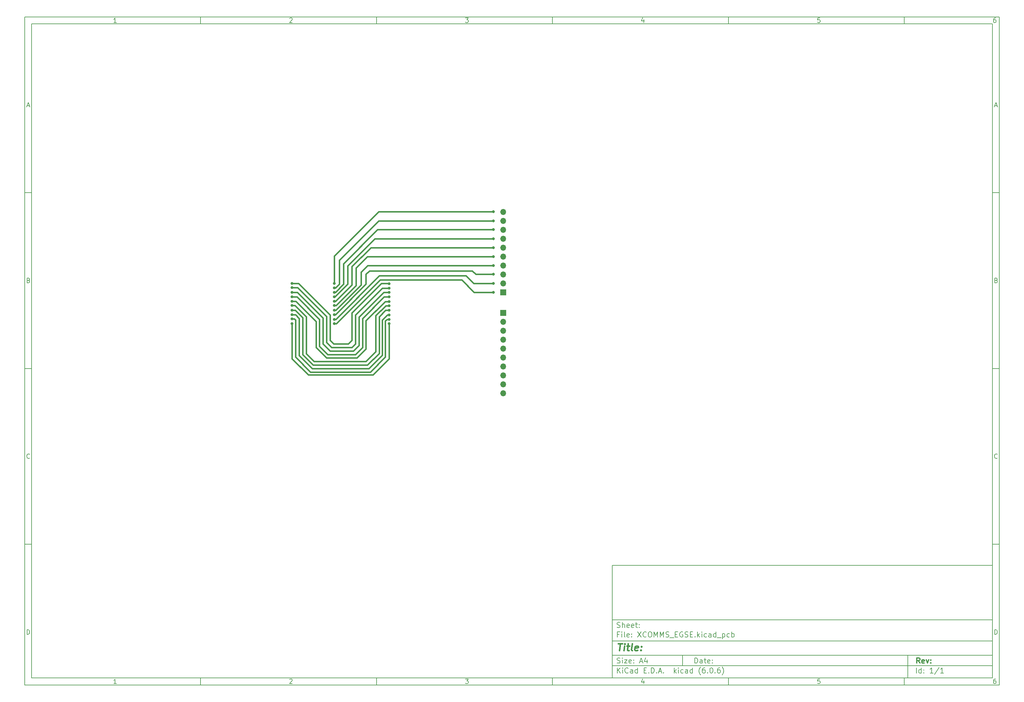
<source format=gbr>
%TF.GenerationSoftware,KiCad,Pcbnew,(6.0.6)*%
%TF.CreationDate,2022-07-08T12:35:32+02:00*%
%TF.ProjectId,XCOMMS_EGSE,58434f4d-4d53-45f4-9547-53452e6b6963,rev?*%
%TF.SameCoordinates,Original*%
%TF.FileFunction,Copper,L2,Bot*%
%TF.FilePolarity,Positive*%
%FSLAX46Y46*%
G04 Gerber Fmt 4.6, Leading zero omitted, Abs format (unit mm)*
G04 Created by KiCad (PCBNEW (6.0.6)) date 2022-07-08 12:35:32*
%MOMM*%
%LPD*%
G01*
G04 APERTURE LIST*
%ADD10C,0.100000*%
%ADD11C,0.150000*%
%ADD12C,0.300000*%
%ADD13C,0.400000*%
%TA.AperFunction,ComponentPad*%
%ADD14R,1.700000X1.700000*%
%TD*%
%TA.AperFunction,ComponentPad*%
%ADD15O,1.700000X1.700000*%
%TD*%
%TA.AperFunction,ViaPad*%
%ADD16C,0.800000*%
%TD*%
%TA.AperFunction,Conductor*%
%ADD17C,0.400000*%
%TD*%
G04 APERTURE END LIST*
D10*
D11*
X177002200Y-166007200D02*
X177002200Y-198007200D01*
X285002200Y-198007200D01*
X285002200Y-166007200D01*
X177002200Y-166007200D01*
D10*
D11*
X10000000Y-10000000D02*
X10000000Y-200007200D01*
X287002200Y-200007200D01*
X287002200Y-10000000D01*
X10000000Y-10000000D01*
D10*
D11*
X12000000Y-12000000D02*
X12000000Y-198007200D01*
X285002200Y-198007200D01*
X285002200Y-12000000D01*
X12000000Y-12000000D01*
D10*
D11*
X60000000Y-12000000D02*
X60000000Y-10000000D01*
D10*
D11*
X110000000Y-12000000D02*
X110000000Y-10000000D01*
D10*
D11*
X160000000Y-12000000D02*
X160000000Y-10000000D01*
D10*
D11*
X210000000Y-12000000D02*
X210000000Y-10000000D01*
D10*
D11*
X260000000Y-12000000D02*
X260000000Y-10000000D01*
D10*
D11*
X36065476Y-11588095D02*
X35322619Y-11588095D01*
X35694047Y-11588095D02*
X35694047Y-10288095D01*
X35570238Y-10473809D01*
X35446428Y-10597619D01*
X35322619Y-10659523D01*
D10*
D11*
X85322619Y-10411904D02*
X85384523Y-10350000D01*
X85508333Y-10288095D01*
X85817857Y-10288095D01*
X85941666Y-10350000D01*
X86003571Y-10411904D01*
X86065476Y-10535714D01*
X86065476Y-10659523D01*
X86003571Y-10845238D01*
X85260714Y-11588095D01*
X86065476Y-11588095D01*
D10*
D11*
X135260714Y-10288095D02*
X136065476Y-10288095D01*
X135632142Y-10783333D01*
X135817857Y-10783333D01*
X135941666Y-10845238D01*
X136003571Y-10907142D01*
X136065476Y-11030952D01*
X136065476Y-11340476D01*
X136003571Y-11464285D01*
X135941666Y-11526190D01*
X135817857Y-11588095D01*
X135446428Y-11588095D01*
X135322619Y-11526190D01*
X135260714Y-11464285D01*
D10*
D11*
X185941666Y-10721428D02*
X185941666Y-11588095D01*
X185632142Y-10226190D02*
X185322619Y-11154761D01*
X186127380Y-11154761D01*
D10*
D11*
X236003571Y-10288095D02*
X235384523Y-10288095D01*
X235322619Y-10907142D01*
X235384523Y-10845238D01*
X235508333Y-10783333D01*
X235817857Y-10783333D01*
X235941666Y-10845238D01*
X236003571Y-10907142D01*
X236065476Y-11030952D01*
X236065476Y-11340476D01*
X236003571Y-11464285D01*
X235941666Y-11526190D01*
X235817857Y-11588095D01*
X235508333Y-11588095D01*
X235384523Y-11526190D01*
X235322619Y-11464285D01*
D10*
D11*
X285941666Y-10288095D02*
X285694047Y-10288095D01*
X285570238Y-10350000D01*
X285508333Y-10411904D01*
X285384523Y-10597619D01*
X285322619Y-10845238D01*
X285322619Y-11340476D01*
X285384523Y-11464285D01*
X285446428Y-11526190D01*
X285570238Y-11588095D01*
X285817857Y-11588095D01*
X285941666Y-11526190D01*
X286003571Y-11464285D01*
X286065476Y-11340476D01*
X286065476Y-11030952D01*
X286003571Y-10907142D01*
X285941666Y-10845238D01*
X285817857Y-10783333D01*
X285570238Y-10783333D01*
X285446428Y-10845238D01*
X285384523Y-10907142D01*
X285322619Y-11030952D01*
D10*
D11*
X60000000Y-198007200D02*
X60000000Y-200007200D01*
D10*
D11*
X110000000Y-198007200D02*
X110000000Y-200007200D01*
D10*
D11*
X160000000Y-198007200D02*
X160000000Y-200007200D01*
D10*
D11*
X210000000Y-198007200D02*
X210000000Y-200007200D01*
D10*
D11*
X260000000Y-198007200D02*
X260000000Y-200007200D01*
D10*
D11*
X36065476Y-199595295D02*
X35322619Y-199595295D01*
X35694047Y-199595295D02*
X35694047Y-198295295D01*
X35570238Y-198481009D01*
X35446428Y-198604819D01*
X35322619Y-198666723D01*
D10*
D11*
X85322619Y-198419104D02*
X85384523Y-198357200D01*
X85508333Y-198295295D01*
X85817857Y-198295295D01*
X85941666Y-198357200D01*
X86003571Y-198419104D01*
X86065476Y-198542914D01*
X86065476Y-198666723D01*
X86003571Y-198852438D01*
X85260714Y-199595295D01*
X86065476Y-199595295D01*
D10*
D11*
X135260714Y-198295295D02*
X136065476Y-198295295D01*
X135632142Y-198790533D01*
X135817857Y-198790533D01*
X135941666Y-198852438D01*
X136003571Y-198914342D01*
X136065476Y-199038152D01*
X136065476Y-199347676D01*
X136003571Y-199471485D01*
X135941666Y-199533390D01*
X135817857Y-199595295D01*
X135446428Y-199595295D01*
X135322619Y-199533390D01*
X135260714Y-199471485D01*
D10*
D11*
X185941666Y-198728628D02*
X185941666Y-199595295D01*
X185632142Y-198233390D02*
X185322619Y-199161961D01*
X186127380Y-199161961D01*
D10*
D11*
X236003571Y-198295295D02*
X235384523Y-198295295D01*
X235322619Y-198914342D01*
X235384523Y-198852438D01*
X235508333Y-198790533D01*
X235817857Y-198790533D01*
X235941666Y-198852438D01*
X236003571Y-198914342D01*
X236065476Y-199038152D01*
X236065476Y-199347676D01*
X236003571Y-199471485D01*
X235941666Y-199533390D01*
X235817857Y-199595295D01*
X235508333Y-199595295D01*
X235384523Y-199533390D01*
X235322619Y-199471485D01*
D10*
D11*
X285941666Y-198295295D02*
X285694047Y-198295295D01*
X285570238Y-198357200D01*
X285508333Y-198419104D01*
X285384523Y-198604819D01*
X285322619Y-198852438D01*
X285322619Y-199347676D01*
X285384523Y-199471485D01*
X285446428Y-199533390D01*
X285570238Y-199595295D01*
X285817857Y-199595295D01*
X285941666Y-199533390D01*
X286003571Y-199471485D01*
X286065476Y-199347676D01*
X286065476Y-199038152D01*
X286003571Y-198914342D01*
X285941666Y-198852438D01*
X285817857Y-198790533D01*
X285570238Y-198790533D01*
X285446428Y-198852438D01*
X285384523Y-198914342D01*
X285322619Y-199038152D01*
D10*
D11*
X10000000Y-60000000D02*
X12000000Y-60000000D01*
D10*
D11*
X10000000Y-110000000D02*
X12000000Y-110000000D01*
D10*
D11*
X10000000Y-160000000D02*
X12000000Y-160000000D01*
D10*
D11*
X10690476Y-35216666D02*
X11309523Y-35216666D01*
X10566666Y-35588095D02*
X11000000Y-34288095D01*
X11433333Y-35588095D01*
D10*
D11*
X11092857Y-84907142D02*
X11278571Y-84969047D01*
X11340476Y-85030952D01*
X11402380Y-85154761D01*
X11402380Y-85340476D01*
X11340476Y-85464285D01*
X11278571Y-85526190D01*
X11154761Y-85588095D01*
X10659523Y-85588095D01*
X10659523Y-84288095D01*
X11092857Y-84288095D01*
X11216666Y-84350000D01*
X11278571Y-84411904D01*
X11340476Y-84535714D01*
X11340476Y-84659523D01*
X11278571Y-84783333D01*
X11216666Y-84845238D01*
X11092857Y-84907142D01*
X10659523Y-84907142D01*
D10*
D11*
X11402380Y-135464285D02*
X11340476Y-135526190D01*
X11154761Y-135588095D01*
X11030952Y-135588095D01*
X10845238Y-135526190D01*
X10721428Y-135402380D01*
X10659523Y-135278571D01*
X10597619Y-135030952D01*
X10597619Y-134845238D01*
X10659523Y-134597619D01*
X10721428Y-134473809D01*
X10845238Y-134350000D01*
X11030952Y-134288095D01*
X11154761Y-134288095D01*
X11340476Y-134350000D01*
X11402380Y-134411904D01*
D10*
D11*
X10659523Y-185588095D02*
X10659523Y-184288095D01*
X10969047Y-184288095D01*
X11154761Y-184350000D01*
X11278571Y-184473809D01*
X11340476Y-184597619D01*
X11402380Y-184845238D01*
X11402380Y-185030952D01*
X11340476Y-185278571D01*
X11278571Y-185402380D01*
X11154761Y-185526190D01*
X10969047Y-185588095D01*
X10659523Y-185588095D01*
D10*
D11*
X287002200Y-60000000D02*
X285002200Y-60000000D01*
D10*
D11*
X287002200Y-110000000D02*
X285002200Y-110000000D01*
D10*
D11*
X287002200Y-160000000D02*
X285002200Y-160000000D01*
D10*
D11*
X285692676Y-35216666D02*
X286311723Y-35216666D01*
X285568866Y-35588095D02*
X286002200Y-34288095D01*
X286435533Y-35588095D01*
D10*
D11*
X286095057Y-84907142D02*
X286280771Y-84969047D01*
X286342676Y-85030952D01*
X286404580Y-85154761D01*
X286404580Y-85340476D01*
X286342676Y-85464285D01*
X286280771Y-85526190D01*
X286156961Y-85588095D01*
X285661723Y-85588095D01*
X285661723Y-84288095D01*
X286095057Y-84288095D01*
X286218866Y-84350000D01*
X286280771Y-84411904D01*
X286342676Y-84535714D01*
X286342676Y-84659523D01*
X286280771Y-84783333D01*
X286218866Y-84845238D01*
X286095057Y-84907142D01*
X285661723Y-84907142D01*
D10*
D11*
X286404580Y-135464285D02*
X286342676Y-135526190D01*
X286156961Y-135588095D01*
X286033152Y-135588095D01*
X285847438Y-135526190D01*
X285723628Y-135402380D01*
X285661723Y-135278571D01*
X285599819Y-135030952D01*
X285599819Y-134845238D01*
X285661723Y-134597619D01*
X285723628Y-134473809D01*
X285847438Y-134350000D01*
X286033152Y-134288095D01*
X286156961Y-134288095D01*
X286342676Y-134350000D01*
X286404580Y-134411904D01*
D10*
D11*
X285661723Y-185588095D02*
X285661723Y-184288095D01*
X285971247Y-184288095D01*
X286156961Y-184350000D01*
X286280771Y-184473809D01*
X286342676Y-184597619D01*
X286404580Y-184845238D01*
X286404580Y-185030952D01*
X286342676Y-185278571D01*
X286280771Y-185402380D01*
X286156961Y-185526190D01*
X285971247Y-185588095D01*
X285661723Y-185588095D01*
D10*
D11*
X200434342Y-193785771D02*
X200434342Y-192285771D01*
X200791485Y-192285771D01*
X201005771Y-192357200D01*
X201148628Y-192500057D01*
X201220057Y-192642914D01*
X201291485Y-192928628D01*
X201291485Y-193142914D01*
X201220057Y-193428628D01*
X201148628Y-193571485D01*
X201005771Y-193714342D01*
X200791485Y-193785771D01*
X200434342Y-193785771D01*
X202577200Y-193785771D02*
X202577200Y-193000057D01*
X202505771Y-192857200D01*
X202362914Y-192785771D01*
X202077200Y-192785771D01*
X201934342Y-192857200D01*
X202577200Y-193714342D02*
X202434342Y-193785771D01*
X202077200Y-193785771D01*
X201934342Y-193714342D01*
X201862914Y-193571485D01*
X201862914Y-193428628D01*
X201934342Y-193285771D01*
X202077200Y-193214342D01*
X202434342Y-193214342D01*
X202577200Y-193142914D01*
X203077200Y-192785771D02*
X203648628Y-192785771D01*
X203291485Y-192285771D02*
X203291485Y-193571485D01*
X203362914Y-193714342D01*
X203505771Y-193785771D01*
X203648628Y-193785771D01*
X204720057Y-193714342D02*
X204577200Y-193785771D01*
X204291485Y-193785771D01*
X204148628Y-193714342D01*
X204077200Y-193571485D01*
X204077200Y-193000057D01*
X204148628Y-192857200D01*
X204291485Y-192785771D01*
X204577200Y-192785771D01*
X204720057Y-192857200D01*
X204791485Y-193000057D01*
X204791485Y-193142914D01*
X204077200Y-193285771D01*
X205434342Y-193642914D02*
X205505771Y-193714342D01*
X205434342Y-193785771D01*
X205362914Y-193714342D01*
X205434342Y-193642914D01*
X205434342Y-193785771D01*
X205434342Y-192857200D02*
X205505771Y-192928628D01*
X205434342Y-193000057D01*
X205362914Y-192928628D01*
X205434342Y-192857200D01*
X205434342Y-193000057D01*
D10*
D11*
X177002200Y-194507200D02*
X285002200Y-194507200D01*
D10*
D11*
X178434342Y-196585771D02*
X178434342Y-195085771D01*
X179291485Y-196585771D02*
X178648628Y-195728628D01*
X179291485Y-195085771D02*
X178434342Y-195942914D01*
X179934342Y-196585771D02*
X179934342Y-195585771D01*
X179934342Y-195085771D02*
X179862914Y-195157200D01*
X179934342Y-195228628D01*
X180005771Y-195157200D01*
X179934342Y-195085771D01*
X179934342Y-195228628D01*
X181505771Y-196442914D02*
X181434342Y-196514342D01*
X181220057Y-196585771D01*
X181077200Y-196585771D01*
X180862914Y-196514342D01*
X180720057Y-196371485D01*
X180648628Y-196228628D01*
X180577200Y-195942914D01*
X180577200Y-195728628D01*
X180648628Y-195442914D01*
X180720057Y-195300057D01*
X180862914Y-195157200D01*
X181077200Y-195085771D01*
X181220057Y-195085771D01*
X181434342Y-195157200D01*
X181505771Y-195228628D01*
X182791485Y-196585771D02*
X182791485Y-195800057D01*
X182720057Y-195657200D01*
X182577200Y-195585771D01*
X182291485Y-195585771D01*
X182148628Y-195657200D01*
X182791485Y-196514342D02*
X182648628Y-196585771D01*
X182291485Y-196585771D01*
X182148628Y-196514342D01*
X182077200Y-196371485D01*
X182077200Y-196228628D01*
X182148628Y-196085771D01*
X182291485Y-196014342D01*
X182648628Y-196014342D01*
X182791485Y-195942914D01*
X184148628Y-196585771D02*
X184148628Y-195085771D01*
X184148628Y-196514342D02*
X184005771Y-196585771D01*
X183720057Y-196585771D01*
X183577200Y-196514342D01*
X183505771Y-196442914D01*
X183434342Y-196300057D01*
X183434342Y-195871485D01*
X183505771Y-195728628D01*
X183577200Y-195657200D01*
X183720057Y-195585771D01*
X184005771Y-195585771D01*
X184148628Y-195657200D01*
X186005771Y-195800057D02*
X186505771Y-195800057D01*
X186720057Y-196585771D02*
X186005771Y-196585771D01*
X186005771Y-195085771D01*
X186720057Y-195085771D01*
X187362914Y-196442914D02*
X187434342Y-196514342D01*
X187362914Y-196585771D01*
X187291485Y-196514342D01*
X187362914Y-196442914D01*
X187362914Y-196585771D01*
X188077200Y-196585771D02*
X188077200Y-195085771D01*
X188434342Y-195085771D01*
X188648628Y-195157200D01*
X188791485Y-195300057D01*
X188862914Y-195442914D01*
X188934342Y-195728628D01*
X188934342Y-195942914D01*
X188862914Y-196228628D01*
X188791485Y-196371485D01*
X188648628Y-196514342D01*
X188434342Y-196585771D01*
X188077200Y-196585771D01*
X189577200Y-196442914D02*
X189648628Y-196514342D01*
X189577200Y-196585771D01*
X189505771Y-196514342D01*
X189577200Y-196442914D01*
X189577200Y-196585771D01*
X190220057Y-196157200D02*
X190934342Y-196157200D01*
X190077200Y-196585771D02*
X190577200Y-195085771D01*
X191077200Y-196585771D01*
X191577200Y-196442914D02*
X191648628Y-196514342D01*
X191577200Y-196585771D01*
X191505771Y-196514342D01*
X191577200Y-196442914D01*
X191577200Y-196585771D01*
X194577200Y-196585771D02*
X194577200Y-195085771D01*
X194720057Y-196014342D02*
X195148628Y-196585771D01*
X195148628Y-195585771D02*
X194577200Y-196157200D01*
X195791485Y-196585771D02*
X195791485Y-195585771D01*
X195791485Y-195085771D02*
X195720057Y-195157200D01*
X195791485Y-195228628D01*
X195862914Y-195157200D01*
X195791485Y-195085771D01*
X195791485Y-195228628D01*
X197148628Y-196514342D02*
X197005771Y-196585771D01*
X196720057Y-196585771D01*
X196577200Y-196514342D01*
X196505771Y-196442914D01*
X196434342Y-196300057D01*
X196434342Y-195871485D01*
X196505771Y-195728628D01*
X196577200Y-195657200D01*
X196720057Y-195585771D01*
X197005771Y-195585771D01*
X197148628Y-195657200D01*
X198434342Y-196585771D02*
X198434342Y-195800057D01*
X198362914Y-195657200D01*
X198220057Y-195585771D01*
X197934342Y-195585771D01*
X197791485Y-195657200D01*
X198434342Y-196514342D02*
X198291485Y-196585771D01*
X197934342Y-196585771D01*
X197791485Y-196514342D01*
X197720057Y-196371485D01*
X197720057Y-196228628D01*
X197791485Y-196085771D01*
X197934342Y-196014342D01*
X198291485Y-196014342D01*
X198434342Y-195942914D01*
X199791485Y-196585771D02*
X199791485Y-195085771D01*
X199791485Y-196514342D02*
X199648628Y-196585771D01*
X199362914Y-196585771D01*
X199220057Y-196514342D01*
X199148628Y-196442914D01*
X199077200Y-196300057D01*
X199077200Y-195871485D01*
X199148628Y-195728628D01*
X199220057Y-195657200D01*
X199362914Y-195585771D01*
X199648628Y-195585771D01*
X199791485Y-195657200D01*
X202077200Y-197157200D02*
X202005771Y-197085771D01*
X201862914Y-196871485D01*
X201791485Y-196728628D01*
X201720057Y-196514342D01*
X201648628Y-196157200D01*
X201648628Y-195871485D01*
X201720057Y-195514342D01*
X201791485Y-195300057D01*
X201862914Y-195157200D01*
X202005771Y-194942914D01*
X202077200Y-194871485D01*
X203291485Y-195085771D02*
X203005771Y-195085771D01*
X202862914Y-195157200D01*
X202791485Y-195228628D01*
X202648628Y-195442914D01*
X202577200Y-195728628D01*
X202577200Y-196300057D01*
X202648628Y-196442914D01*
X202720057Y-196514342D01*
X202862914Y-196585771D01*
X203148628Y-196585771D01*
X203291485Y-196514342D01*
X203362914Y-196442914D01*
X203434342Y-196300057D01*
X203434342Y-195942914D01*
X203362914Y-195800057D01*
X203291485Y-195728628D01*
X203148628Y-195657200D01*
X202862914Y-195657200D01*
X202720057Y-195728628D01*
X202648628Y-195800057D01*
X202577200Y-195942914D01*
X204077200Y-196442914D02*
X204148628Y-196514342D01*
X204077200Y-196585771D01*
X204005771Y-196514342D01*
X204077200Y-196442914D01*
X204077200Y-196585771D01*
X205077200Y-195085771D02*
X205220057Y-195085771D01*
X205362914Y-195157200D01*
X205434342Y-195228628D01*
X205505771Y-195371485D01*
X205577200Y-195657200D01*
X205577200Y-196014342D01*
X205505771Y-196300057D01*
X205434342Y-196442914D01*
X205362914Y-196514342D01*
X205220057Y-196585771D01*
X205077200Y-196585771D01*
X204934342Y-196514342D01*
X204862914Y-196442914D01*
X204791485Y-196300057D01*
X204720057Y-196014342D01*
X204720057Y-195657200D01*
X204791485Y-195371485D01*
X204862914Y-195228628D01*
X204934342Y-195157200D01*
X205077200Y-195085771D01*
X206220057Y-196442914D02*
X206291485Y-196514342D01*
X206220057Y-196585771D01*
X206148628Y-196514342D01*
X206220057Y-196442914D01*
X206220057Y-196585771D01*
X207577200Y-195085771D02*
X207291485Y-195085771D01*
X207148628Y-195157200D01*
X207077200Y-195228628D01*
X206934342Y-195442914D01*
X206862914Y-195728628D01*
X206862914Y-196300057D01*
X206934342Y-196442914D01*
X207005771Y-196514342D01*
X207148628Y-196585771D01*
X207434342Y-196585771D01*
X207577200Y-196514342D01*
X207648628Y-196442914D01*
X207720057Y-196300057D01*
X207720057Y-195942914D01*
X207648628Y-195800057D01*
X207577200Y-195728628D01*
X207434342Y-195657200D01*
X207148628Y-195657200D01*
X207005771Y-195728628D01*
X206934342Y-195800057D01*
X206862914Y-195942914D01*
X208220057Y-197157200D02*
X208291485Y-197085771D01*
X208434342Y-196871485D01*
X208505771Y-196728628D01*
X208577200Y-196514342D01*
X208648628Y-196157200D01*
X208648628Y-195871485D01*
X208577200Y-195514342D01*
X208505771Y-195300057D01*
X208434342Y-195157200D01*
X208291485Y-194942914D01*
X208220057Y-194871485D01*
D10*
D11*
X177002200Y-191507200D02*
X285002200Y-191507200D01*
D10*
D12*
X264411485Y-193785771D02*
X263911485Y-193071485D01*
X263554342Y-193785771D02*
X263554342Y-192285771D01*
X264125771Y-192285771D01*
X264268628Y-192357200D01*
X264340057Y-192428628D01*
X264411485Y-192571485D01*
X264411485Y-192785771D01*
X264340057Y-192928628D01*
X264268628Y-193000057D01*
X264125771Y-193071485D01*
X263554342Y-193071485D01*
X265625771Y-193714342D02*
X265482914Y-193785771D01*
X265197200Y-193785771D01*
X265054342Y-193714342D01*
X264982914Y-193571485D01*
X264982914Y-193000057D01*
X265054342Y-192857200D01*
X265197200Y-192785771D01*
X265482914Y-192785771D01*
X265625771Y-192857200D01*
X265697200Y-193000057D01*
X265697200Y-193142914D01*
X264982914Y-193285771D01*
X266197200Y-192785771D02*
X266554342Y-193785771D01*
X266911485Y-192785771D01*
X267482914Y-193642914D02*
X267554342Y-193714342D01*
X267482914Y-193785771D01*
X267411485Y-193714342D01*
X267482914Y-193642914D01*
X267482914Y-193785771D01*
X267482914Y-192857200D02*
X267554342Y-192928628D01*
X267482914Y-193000057D01*
X267411485Y-192928628D01*
X267482914Y-192857200D01*
X267482914Y-193000057D01*
D10*
D11*
X178362914Y-193714342D02*
X178577200Y-193785771D01*
X178934342Y-193785771D01*
X179077200Y-193714342D01*
X179148628Y-193642914D01*
X179220057Y-193500057D01*
X179220057Y-193357200D01*
X179148628Y-193214342D01*
X179077200Y-193142914D01*
X178934342Y-193071485D01*
X178648628Y-193000057D01*
X178505771Y-192928628D01*
X178434342Y-192857200D01*
X178362914Y-192714342D01*
X178362914Y-192571485D01*
X178434342Y-192428628D01*
X178505771Y-192357200D01*
X178648628Y-192285771D01*
X179005771Y-192285771D01*
X179220057Y-192357200D01*
X179862914Y-193785771D02*
X179862914Y-192785771D01*
X179862914Y-192285771D02*
X179791485Y-192357200D01*
X179862914Y-192428628D01*
X179934342Y-192357200D01*
X179862914Y-192285771D01*
X179862914Y-192428628D01*
X180434342Y-192785771D02*
X181220057Y-192785771D01*
X180434342Y-193785771D01*
X181220057Y-193785771D01*
X182362914Y-193714342D02*
X182220057Y-193785771D01*
X181934342Y-193785771D01*
X181791485Y-193714342D01*
X181720057Y-193571485D01*
X181720057Y-193000057D01*
X181791485Y-192857200D01*
X181934342Y-192785771D01*
X182220057Y-192785771D01*
X182362914Y-192857200D01*
X182434342Y-193000057D01*
X182434342Y-193142914D01*
X181720057Y-193285771D01*
X183077200Y-193642914D02*
X183148628Y-193714342D01*
X183077200Y-193785771D01*
X183005771Y-193714342D01*
X183077200Y-193642914D01*
X183077200Y-193785771D01*
X183077200Y-192857200D02*
X183148628Y-192928628D01*
X183077200Y-193000057D01*
X183005771Y-192928628D01*
X183077200Y-192857200D01*
X183077200Y-193000057D01*
X184862914Y-193357200D02*
X185577200Y-193357200D01*
X184720057Y-193785771D02*
X185220057Y-192285771D01*
X185720057Y-193785771D01*
X186862914Y-192785771D02*
X186862914Y-193785771D01*
X186505771Y-192214342D02*
X186148628Y-193285771D01*
X187077200Y-193285771D01*
D10*
D11*
X263434342Y-196585771D02*
X263434342Y-195085771D01*
X264791485Y-196585771D02*
X264791485Y-195085771D01*
X264791485Y-196514342D02*
X264648628Y-196585771D01*
X264362914Y-196585771D01*
X264220057Y-196514342D01*
X264148628Y-196442914D01*
X264077200Y-196300057D01*
X264077200Y-195871485D01*
X264148628Y-195728628D01*
X264220057Y-195657200D01*
X264362914Y-195585771D01*
X264648628Y-195585771D01*
X264791485Y-195657200D01*
X265505771Y-196442914D02*
X265577200Y-196514342D01*
X265505771Y-196585771D01*
X265434342Y-196514342D01*
X265505771Y-196442914D01*
X265505771Y-196585771D01*
X265505771Y-195657200D02*
X265577200Y-195728628D01*
X265505771Y-195800057D01*
X265434342Y-195728628D01*
X265505771Y-195657200D01*
X265505771Y-195800057D01*
X268148628Y-196585771D02*
X267291485Y-196585771D01*
X267720057Y-196585771D02*
X267720057Y-195085771D01*
X267577200Y-195300057D01*
X267434342Y-195442914D01*
X267291485Y-195514342D01*
X269862914Y-195014342D02*
X268577200Y-196942914D01*
X271148628Y-196585771D02*
X270291485Y-196585771D01*
X270720057Y-196585771D02*
X270720057Y-195085771D01*
X270577200Y-195300057D01*
X270434342Y-195442914D01*
X270291485Y-195514342D01*
D10*
D11*
X177002200Y-187507200D02*
X285002200Y-187507200D01*
D10*
D13*
X178714580Y-188211961D02*
X179857438Y-188211961D01*
X179036009Y-190211961D02*
X179286009Y-188211961D01*
X180274104Y-190211961D02*
X180440771Y-188878628D01*
X180524104Y-188211961D02*
X180416961Y-188307200D01*
X180500295Y-188402438D01*
X180607438Y-188307200D01*
X180524104Y-188211961D01*
X180500295Y-188402438D01*
X181107438Y-188878628D02*
X181869342Y-188878628D01*
X181476485Y-188211961D02*
X181262200Y-189926247D01*
X181333628Y-190116723D01*
X181512200Y-190211961D01*
X181702676Y-190211961D01*
X182655057Y-190211961D02*
X182476485Y-190116723D01*
X182405057Y-189926247D01*
X182619342Y-188211961D01*
X184190771Y-190116723D02*
X183988390Y-190211961D01*
X183607438Y-190211961D01*
X183428866Y-190116723D01*
X183357438Y-189926247D01*
X183452676Y-189164342D01*
X183571723Y-188973866D01*
X183774104Y-188878628D01*
X184155057Y-188878628D01*
X184333628Y-188973866D01*
X184405057Y-189164342D01*
X184381247Y-189354819D01*
X183405057Y-189545295D01*
X185155057Y-190021485D02*
X185238390Y-190116723D01*
X185131247Y-190211961D01*
X185047914Y-190116723D01*
X185155057Y-190021485D01*
X185131247Y-190211961D01*
X185286009Y-188973866D02*
X185369342Y-189069104D01*
X185262200Y-189164342D01*
X185178866Y-189069104D01*
X185286009Y-188973866D01*
X185262200Y-189164342D01*
D10*
D11*
X178934342Y-185600057D02*
X178434342Y-185600057D01*
X178434342Y-186385771D02*
X178434342Y-184885771D01*
X179148628Y-184885771D01*
X179720057Y-186385771D02*
X179720057Y-185385771D01*
X179720057Y-184885771D02*
X179648628Y-184957200D01*
X179720057Y-185028628D01*
X179791485Y-184957200D01*
X179720057Y-184885771D01*
X179720057Y-185028628D01*
X180648628Y-186385771D02*
X180505771Y-186314342D01*
X180434342Y-186171485D01*
X180434342Y-184885771D01*
X181791485Y-186314342D02*
X181648628Y-186385771D01*
X181362914Y-186385771D01*
X181220057Y-186314342D01*
X181148628Y-186171485D01*
X181148628Y-185600057D01*
X181220057Y-185457200D01*
X181362914Y-185385771D01*
X181648628Y-185385771D01*
X181791485Y-185457200D01*
X181862914Y-185600057D01*
X181862914Y-185742914D01*
X181148628Y-185885771D01*
X182505771Y-186242914D02*
X182577200Y-186314342D01*
X182505771Y-186385771D01*
X182434342Y-186314342D01*
X182505771Y-186242914D01*
X182505771Y-186385771D01*
X182505771Y-185457200D02*
X182577200Y-185528628D01*
X182505771Y-185600057D01*
X182434342Y-185528628D01*
X182505771Y-185457200D01*
X182505771Y-185600057D01*
X184220057Y-184885771D02*
X185220057Y-186385771D01*
X185220057Y-184885771D02*
X184220057Y-186385771D01*
X186648628Y-186242914D02*
X186577200Y-186314342D01*
X186362914Y-186385771D01*
X186220057Y-186385771D01*
X186005771Y-186314342D01*
X185862914Y-186171485D01*
X185791485Y-186028628D01*
X185720057Y-185742914D01*
X185720057Y-185528628D01*
X185791485Y-185242914D01*
X185862914Y-185100057D01*
X186005771Y-184957200D01*
X186220057Y-184885771D01*
X186362914Y-184885771D01*
X186577200Y-184957200D01*
X186648628Y-185028628D01*
X187577200Y-184885771D02*
X187862914Y-184885771D01*
X188005771Y-184957200D01*
X188148628Y-185100057D01*
X188220057Y-185385771D01*
X188220057Y-185885771D01*
X188148628Y-186171485D01*
X188005771Y-186314342D01*
X187862914Y-186385771D01*
X187577200Y-186385771D01*
X187434342Y-186314342D01*
X187291485Y-186171485D01*
X187220057Y-185885771D01*
X187220057Y-185385771D01*
X187291485Y-185100057D01*
X187434342Y-184957200D01*
X187577200Y-184885771D01*
X188862914Y-186385771D02*
X188862914Y-184885771D01*
X189362914Y-185957200D01*
X189862914Y-184885771D01*
X189862914Y-186385771D01*
X190577200Y-186385771D02*
X190577200Y-184885771D01*
X191077200Y-185957200D01*
X191577200Y-184885771D01*
X191577200Y-186385771D01*
X192220057Y-186314342D02*
X192434342Y-186385771D01*
X192791485Y-186385771D01*
X192934342Y-186314342D01*
X193005771Y-186242914D01*
X193077200Y-186100057D01*
X193077200Y-185957200D01*
X193005771Y-185814342D01*
X192934342Y-185742914D01*
X192791485Y-185671485D01*
X192505771Y-185600057D01*
X192362914Y-185528628D01*
X192291485Y-185457200D01*
X192220057Y-185314342D01*
X192220057Y-185171485D01*
X192291485Y-185028628D01*
X192362914Y-184957200D01*
X192505771Y-184885771D01*
X192862914Y-184885771D01*
X193077200Y-184957200D01*
X193362914Y-186528628D02*
X194505771Y-186528628D01*
X194862914Y-185600057D02*
X195362914Y-185600057D01*
X195577200Y-186385771D02*
X194862914Y-186385771D01*
X194862914Y-184885771D01*
X195577200Y-184885771D01*
X197005771Y-184957200D02*
X196862914Y-184885771D01*
X196648628Y-184885771D01*
X196434342Y-184957200D01*
X196291485Y-185100057D01*
X196220057Y-185242914D01*
X196148628Y-185528628D01*
X196148628Y-185742914D01*
X196220057Y-186028628D01*
X196291485Y-186171485D01*
X196434342Y-186314342D01*
X196648628Y-186385771D01*
X196791485Y-186385771D01*
X197005771Y-186314342D01*
X197077200Y-186242914D01*
X197077200Y-185742914D01*
X196791485Y-185742914D01*
X197648628Y-186314342D02*
X197862914Y-186385771D01*
X198220057Y-186385771D01*
X198362914Y-186314342D01*
X198434342Y-186242914D01*
X198505771Y-186100057D01*
X198505771Y-185957200D01*
X198434342Y-185814342D01*
X198362914Y-185742914D01*
X198220057Y-185671485D01*
X197934342Y-185600057D01*
X197791485Y-185528628D01*
X197720057Y-185457200D01*
X197648628Y-185314342D01*
X197648628Y-185171485D01*
X197720057Y-185028628D01*
X197791485Y-184957200D01*
X197934342Y-184885771D01*
X198291485Y-184885771D01*
X198505771Y-184957200D01*
X199148628Y-185600057D02*
X199648628Y-185600057D01*
X199862914Y-186385771D02*
X199148628Y-186385771D01*
X199148628Y-184885771D01*
X199862914Y-184885771D01*
X200505771Y-186242914D02*
X200577200Y-186314342D01*
X200505771Y-186385771D01*
X200434342Y-186314342D01*
X200505771Y-186242914D01*
X200505771Y-186385771D01*
X201220057Y-186385771D02*
X201220057Y-184885771D01*
X201362914Y-185814342D02*
X201791485Y-186385771D01*
X201791485Y-185385771D02*
X201220057Y-185957200D01*
X202434342Y-186385771D02*
X202434342Y-185385771D01*
X202434342Y-184885771D02*
X202362914Y-184957200D01*
X202434342Y-185028628D01*
X202505771Y-184957200D01*
X202434342Y-184885771D01*
X202434342Y-185028628D01*
X203791485Y-186314342D02*
X203648628Y-186385771D01*
X203362914Y-186385771D01*
X203220057Y-186314342D01*
X203148628Y-186242914D01*
X203077200Y-186100057D01*
X203077200Y-185671485D01*
X203148628Y-185528628D01*
X203220057Y-185457200D01*
X203362914Y-185385771D01*
X203648628Y-185385771D01*
X203791485Y-185457200D01*
X205077200Y-186385771D02*
X205077200Y-185600057D01*
X205005771Y-185457200D01*
X204862914Y-185385771D01*
X204577200Y-185385771D01*
X204434342Y-185457200D01*
X205077200Y-186314342D02*
X204934342Y-186385771D01*
X204577200Y-186385771D01*
X204434342Y-186314342D01*
X204362914Y-186171485D01*
X204362914Y-186028628D01*
X204434342Y-185885771D01*
X204577200Y-185814342D01*
X204934342Y-185814342D01*
X205077200Y-185742914D01*
X206434342Y-186385771D02*
X206434342Y-184885771D01*
X206434342Y-186314342D02*
X206291485Y-186385771D01*
X206005771Y-186385771D01*
X205862914Y-186314342D01*
X205791485Y-186242914D01*
X205720057Y-186100057D01*
X205720057Y-185671485D01*
X205791485Y-185528628D01*
X205862914Y-185457200D01*
X206005771Y-185385771D01*
X206291485Y-185385771D01*
X206434342Y-185457200D01*
X206791485Y-186528628D02*
X207934342Y-186528628D01*
X208291485Y-185385771D02*
X208291485Y-186885771D01*
X208291485Y-185457200D02*
X208434342Y-185385771D01*
X208720057Y-185385771D01*
X208862914Y-185457200D01*
X208934342Y-185528628D01*
X209005771Y-185671485D01*
X209005771Y-186100057D01*
X208934342Y-186242914D01*
X208862914Y-186314342D01*
X208720057Y-186385771D01*
X208434342Y-186385771D01*
X208291485Y-186314342D01*
X210291485Y-186314342D02*
X210148628Y-186385771D01*
X209862914Y-186385771D01*
X209720057Y-186314342D01*
X209648628Y-186242914D01*
X209577200Y-186100057D01*
X209577200Y-185671485D01*
X209648628Y-185528628D01*
X209720057Y-185457200D01*
X209862914Y-185385771D01*
X210148628Y-185385771D01*
X210291485Y-185457200D01*
X210934342Y-186385771D02*
X210934342Y-184885771D01*
X210934342Y-185457200D02*
X211077200Y-185385771D01*
X211362914Y-185385771D01*
X211505771Y-185457200D01*
X211577200Y-185528628D01*
X211648628Y-185671485D01*
X211648628Y-186100057D01*
X211577200Y-186242914D01*
X211505771Y-186314342D01*
X211362914Y-186385771D01*
X211077200Y-186385771D01*
X210934342Y-186314342D01*
D10*
D11*
X177002200Y-181507200D02*
X285002200Y-181507200D01*
D10*
D11*
X178362914Y-183614342D02*
X178577200Y-183685771D01*
X178934342Y-183685771D01*
X179077200Y-183614342D01*
X179148628Y-183542914D01*
X179220057Y-183400057D01*
X179220057Y-183257200D01*
X179148628Y-183114342D01*
X179077200Y-183042914D01*
X178934342Y-182971485D01*
X178648628Y-182900057D01*
X178505771Y-182828628D01*
X178434342Y-182757200D01*
X178362914Y-182614342D01*
X178362914Y-182471485D01*
X178434342Y-182328628D01*
X178505771Y-182257200D01*
X178648628Y-182185771D01*
X179005771Y-182185771D01*
X179220057Y-182257200D01*
X179862914Y-183685771D02*
X179862914Y-182185771D01*
X180505771Y-183685771D02*
X180505771Y-182900057D01*
X180434342Y-182757200D01*
X180291485Y-182685771D01*
X180077200Y-182685771D01*
X179934342Y-182757200D01*
X179862914Y-182828628D01*
X181791485Y-183614342D02*
X181648628Y-183685771D01*
X181362914Y-183685771D01*
X181220057Y-183614342D01*
X181148628Y-183471485D01*
X181148628Y-182900057D01*
X181220057Y-182757200D01*
X181362914Y-182685771D01*
X181648628Y-182685771D01*
X181791485Y-182757200D01*
X181862914Y-182900057D01*
X181862914Y-183042914D01*
X181148628Y-183185771D01*
X183077200Y-183614342D02*
X182934342Y-183685771D01*
X182648628Y-183685771D01*
X182505771Y-183614342D01*
X182434342Y-183471485D01*
X182434342Y-182900057D01*
X182505771Y-182757200D01*
X182648628Y-182685771D01*
X182934342Y-182685771D01*
X183077200Y-182757200D01*
X183148628Y-182900057D01*
X183148628Y-183042914D01*
X182434342Y-183185771D01*
X183577200Y-182685771D02*
X184148628Y-182685771D01*
X183791485Y-182185771D02*
X183791485Y-183471485D01*
X183862914Y-183614342D01*
X184005771Y-183685771D01*
X184148628Y-183685771D01*
X184648628Y-183542914D02*
X184720057Y-183614342D01*
X184648628Y-183685771D01*
X184577200Y-183614342D01*
X184648628Y-183542914D01*
X184648628Y-183685771D01*
X184648628Y-182757200D02*
X184720057Y-182828628D01*
X184648628Y-182900057D01*
X184577200Y-182828628D01*
X184648628Y-182757200D01*
X184648628Y-182900057D01*
D10*
D12*
D10*
D11*
D10*
D11*
D10*
D11*
D10*
D11*
D10*
D11*
X197002200Y-191507200D02*
X197002200Y-194507200D01*
D10*
D11*
X261002200Y-191507200D02*
X261002200Y-198007200D01*
D14*
%TO.P,J3,1,Pin_1*%
%TO.N,Net-(J1-Pad20)*%
X146000000Y-94140000D03*
D15*
%TO.P,J3,2,Pin_2*%
%TO.N,Net-(J1-Pad18)*%
X146000000Y-96680000D03*
%TO.P,J3,3,Pin_3*%
%TO.N,Net-(J1-Pad16)*%
X146000000Y-99220000D03*
%TO.P,J3,4,Pin_4*%
%TO.N,Net-(J1-Pad14)*%
X146000000Y-101760000D03*
%TO.P,J3,5,Pin_5*%
%TO.N,Net-(J1-Pad12)*%
X146000000Y-104300000D03*
%TO.P,J3,6,Pin_6*%
%TO.N,Net-(J1-Pad10)*%
X146000000Y-106840000D03*
%TO.P,J3,7,Pin_7*%
%TO.N,Net-(J1-Pad08)*%
X146000000Y-109380000D03*
%TO.P,J3,8,Pin_8*%
%TO.N,Net-(J1-Pad06)*%
X146000000Y-111920000D03*
%TO.P,J3,9,Pin_9*%
%TO.N,Net-(J1-Pad04)*%
X146000000Y-114460000D03*
%TO.P,J3,10,Pin_10*%
%TO.N,Net-(J1-Pad02)*%
X146000000Y-117000000D03*
%TD*%
D14*
%TO.P,J2,1,Pin_1*%
%TO.N,Net-(J1-Pad01)*%
X146000000Y-88300000D03*
D15*
%TO.P,J2,2,Pin_2*%
%TO.N,Net-(J1-Pad03)*%
X146000000Y-85760000D03*
%TO.P,J2,3,Pin_3*%
%TO.N,Net-(J1-Pad05)*%
X146000000Y-83220000D03*
%TO.P,J2,4,Pin_4*%
%TO.N,Net-(J1-Pad07)*%
X146000000Y-80680000D03*
%TO.P,J2,5,Pin_5*%
%TO.N,Net-(J1-Pad09)*%
X146000000Y-78140000D03*
%TO.P,J2,6,Pin_6*%
%TO.N,Net-(J1-Pad11)*%
X146000000Y-75600000D03*
%TO.P,J2,7,Pin_7*%
%TO.N,Net-(J1-Pad13)*%
X146000000Y-73060000D03*
%TO.P,J2,8,Pin_8*%
%TO.N,Net-(J1-Pad15)*%
X146000000Y-70520000D03*
%TO.P,J2,9,Pin_9*%
%TO.N,Net-(J1-Pad17)*%
X146000000Y-67980000D03*
%TO.P,J2,10,Pin_10*%
%TO.N,Net-(J1-Pad19)*%
X146000000Y-65440000D03*
%TD*%
D16*
%TO.N,Net-(J1-Pad01)*%
X98000000Y-97200000D03*
X143200000Y-88300000D03*
%TO.N,Net-(J1-Pad02)*%
X113570000Y-97240000D03*
X86000000Y-97200000D03*
%TO.N,Net-(J1-Pad03)*%
X98000000Y-96000000D03*
X143200000Y-85800000D03*
%TO.N,Net-(J1-Pad04)*%
X113570000Y-96040000D03*
X86000000Y-95900000D03*
%TO.N,Net-(J1-Pad05)*%
X143200000Y-83200000D03*
X98000000Y-94700000D03*
%TO.N,Net-(J1-Pad06)*%
X113570000Y-94740000D03*
X86000000Y-94700000D03*
%TO.N,Net-(J1-Pad07)*%
X143200000Y-80700000D03*
X98000000Y-93400000D03*
%TO.N,Net-(J1-Pad08)*%
X86000000Y-93400000D03*
X113570000Y-93440000D03*
%TO.N,Net-(J1-Pad09)*%
X143200000Y-78200000D03*
X98000000Y-92100000D03*
%TO.N,Net-(J1-Pad10)*%
X86000000Y-92100000D03*
X113570000Y-92140000D03*
%TO.N,Net-(J1-Pad11)*%
X98000000Y-90900000D03*
X143200000Y-75600000D03*
%TO.N,Net-(J1-Pad12)*%
X113570000Y-90940000D03*
X86000000Y-90900000D03*
%TO.N,Net-(J1-Pad13)*%
X98000000Y-89600000D03*
X143200000Y-73100000D03*
%TO.N,Net-(J1-Pad14)*%
X113570000Y-89640000D03*
X86000000Y-89600000D03*
%TO.N,Net-(J1-Pad15)*%
X143200000Y-70500000D03*
X98000000Y-88300000D03*
%TO.N,Net-(J1-Pad16)*%
X113570000Y-88340000D03*
X86000000Y-88300000D03*
%TO.N,Net-(J1-Pad17)*%
X98000000Y-87100000D03*
X143200000Y-68000000D03*
%TO.N,Net-(J1-Pad18)*%
X113570000Y-87140000D03*
X86000000Y-87000000D03*
%TO.N,Net-(J1-Pad19)*%
X98000000Y-85800000D03*
X143200000Y-65400000D03*
%TO.N,Net-(J1-Pad20)*%
X113570000Y-85840000D03*
X86000000Y-85800000D03*
%TD*%
D17*
%TO.N,Net-(J1-Pad01)*%
X134200000Y-84800000D02*
X137700000Y-88300000D01*
X98000000Y-97200000D02*
X98600000Y-97200000D01*
X98600000Y-97200000D02*
X111000000Y-84800000D01*
X111000000Y-84800000D02*
X134200000Y-84800000D01*
X137700000Y-88300000D02*
X143200000Y-88300000D01*
%TO.N,Net-(J1-Pad02)*%
X90600000Y-111800000D02*
X109000000Y-111800000D01*
X86000000Y-97200000D02*
X86000000Y-107200000D01*
X109000000Y-111800000D02*
X113570000Y-107230000D01*
X113570000Y-107230000D02*
X113570000Y-97240000D01*
X86000000Y-107200000D02*
X90600000Y-111800000D01*
%TO.N,Net-(J1-Pad03)*%
X98000000Y-96000000D02*
X98400000Y-96000000D01*
X110800000Y-83600000D02*
X135400000Y-83600000D01*
X98400000Y-96000000D02*
X110800000Y-83600000D01*
X137600000Y-85800000D02*
X143200000Y-85800000D01*
X135400000Y-83600000D02*
X137600000Y-85800000D01*
%TO.N,Net-(J1-Pad04)*%
X87000000Y-96250000D02*
X87000000Y-106750000D01*
X112500000Y-96500000D02*
X112960000Y-96040000D01*
X112960000Y-96040000D02*
X113570000Y-96040000D01*
X91250000Y-111000000D02*
X108200000Y-111000000D01*
X86000000Y-95900000D02*
X86650000Y-95900000D01*
X87000000Y-106750000D02*
X91250000Y-111000000D01*
X108200000Y-111000000D02*
X112500000Y-106700000D01*
X86650000Y-95900000D02*
X87000000Y-96250000D01*
X112500000Y-106700000D02*
X112500000Y-96500000D01*
%TO.N,Net-(J1-Pad05)*%
X138200000Y-83200000D02*
X143200000Y-83200000D01*
X137200000Y-82200000D02*
X138200000Y-83200000D01*
X107000000Y-86000000D02*
X107000000Y-83200000D01*
X107000000Y-83200000D02*
X108000000Y-82200000D01*
X98300000Y-94700000D02*
X107000000Y-86000000D01*
X98000000Y-94700000D02*
X98300000Y-94700000D01*
X108000000Y-82200000D02*
X137200000Y-82200000D01*
%TO.N,Net-(J1-Pad06)*%
X88000000Y-106250000D02*
X91750000Y-110000000D01*
X86950000Y-94700000D02*
X88000000Y-95750000D01*
X86000000Y-94700000D02*
X86950000Y-94700000D01*
X107800000Y-110000000D02*
X111600000Y-106200000D01*
X111600000Y-96200000D02*
X113060000Y-94740000D01*
X111600000Y-106200000D02*
X111600000Y-96200000D01*
X91750000Y-110000000D02*
X107800000Y-110000000D01*
X88000000Y-95750000D02*
X88000000Y-106250000D01*
X113060000Y-94740000D02*
X113570000Y-94740000D01*
%TO.N,Net-(J1-Pad07)*%
X98400000Y-93400000D02*
X105600000Y-86200000D01*
X105600000Y-86200000D02*
X105600000Y-82600000D01*
X98000000Y-93400000D02*
X98400000Y-93400000D01*
X107500000Y-80700000D02*
X143200000Y-80700000D01*
X105600000Y-82600000D02*
X107500000Y-80700000D01*
%TO.N,Net-(J1-Pad08)*%
X89000000Y-106000000D02*
X92000000Y-109000000D01*
X110750000Y-105650000D02*
X110750000Y-95250000D01*
X110750000Y-95250000D02*
X112560000Y-93440000D01*
X112560000Y-93440000D02*
X113570000Y-93440000D01*
X86000000Y-93400000D02*
X86900000Y-93400000D01*
X86900000Y-93400000D02*
X89000000Y-95500000D01*
X89000000Y-95500000D02*
X89000000Y-106000000D01*
X92000000Y-109000000D02*
X107400000Y-109000000D01*
X107400000Y-109000000D02*
X110750000Y-105650000D01*
%TO.N,Net-(J1-Pad09)*%
X98000000Y-92100000D02*
X98500000Y-92100000D01*
X98500000Y-92100000D02*
X104200000Y-86400000D01*
X104200000Y-81400000D02*
X107400000Y-78200000D01*
X107400000Y-78200000D02*
X143200000Y-78200000D01*
X104200000Y-86400000D02*
X104200000Y-81400000D01*
%TO.N,Net-(J1-Pad10)*%
X109800000Y-105200000D02*
X107000000Y-108000000D01*
X90000000Y-95250000D02*
X86850000Y-92100000D01*
X92250000Y-108000000D02*
X90000000Y-105750000D01*
X86850000Y-92100000D02*
X86000000Y-92100000D01*
X107000000Y-108000000D02*
X92250000Y-108000000D01*
X113570000Y-92140000D02*
X112610000Y-92140000D01*
X90000000Y-105750000D02*
X90000000Y-95250000D01*
X109800000Y-94950000D02*
X109800000Y-105200000D01*
X112610000Y-92140000D02*
X109800000Y-94950000D01*
%TO.N,Net-(J1-Pad11)*%
X103000000Y-86200000D02*
X103000000Y-81000000D01*
X108400000Y-75600000D02*
X143200000Y-75600000D01*
X103000000Y-81000000D02*
X108400000Y-75600000D01*
X98300000Y-90900000D02*
X103000000Y-86200000D01*
X98000000Y-90900000D02*
X98300000Y-90900000D01*
%TO.N,Net-(J1-Pad12)*%
X92800000Y-104000000D02*
X95800000Y-107000000D01*
X107000000Y-104400000D02*
X107000000Y-96400000D01*
X107000000Y-96400000D02*
X112460000Y-90940000D01*
X104400000Y-107000000D02*
X107000000Y-104400000D01*
X95800000Y-107000000D02*
X104400000Y-107000000D01*
X86000000Y-90900000D02*
X87100000Y-90900000D01*
X112460000Y-90940000D02*
X113570000Y-90940000D01*
X87100000Y-90900000D02*
X92800000Y-96600000D01*
X92800000Y-96600000D02*
X92800000Y-104000000D01*
%TO.N,Net-(J1-Pad13)*%
X98000000Y-89600000D02*
X98200000Y-89600000D01*
X98200000Y-89600000D02*
X101800000Y-86000000D01*
X101800000Y-86000000D02*
X101800000Y-80800000D01*
X109500000Y-73100000D02*
X143200000Y-73100000D01*
X101800000Y-80800000D02*
X109500000Y-73100000D01*
%TO.N,Net-(J1-Pad14)*%
X112160000Y-89640000D02*
X106000000Y-95800000D01*
X106000000Y-104000000D02*
X104000000Y-106000000D01*
X96100000Y-106000000D02*
X93800000Y-103700000D01*
X104000000Y-106000000D02*
X96100000Y-106000000D01*
X93800000Y-103700000D02*
X93800000Y-96000000D01*
X106000000Y-95800000D02*
X106000000Y-104000000D01*
X113570000Y-89640000D02*
X112160000Y-89640000D01*
X87400000Y-89600000D02*
X86000000Y-89600000D01*
X93800000Y-96000000D02*
X87400000Y-89600000D01*
%TO.N,Net-(J1-Pad15)*%
X110300000Y-70500000D02*
X143200000Y-70500000D01*
X100600000Y-86000000D02*
X100600000Y-80200000D01*
X100600000Y-80200000D02*
X110300000Y-70500000D01*
X98300000Y-88300000D02*
X100600000Y-86000000D01*
X98000000Y-88300000D02*
X98300000Y-88300000D01*
%TO.N,Net-(J1-Pad16)*%
X113570000Y-88340000D02*
X112060000Y-88340000D01*
X103400000Y-105000000D02*
X96800000Y-105000000D01*
X105000000Y-95400000D02*
X105000000Y-103400000D01*
X96800000Y-105000000D02*
X94800000Y-103000000D01*
X112060000Y-88340000D02*
X105000000Y-95400000D01*
X94800000Y-95600000D02*
X87500000Y-88300000D01*
X87500000Y-88300000D02*
X86000000Y-88300000D01*
X94800000Y-103000000D02*
X94800000Y-95600000D01*
X105000000Y-103400000D02*
X103400000Y-105000000D01*
%TO.N,Net-(J1-Pad17)*%
X98300000Y-87100000D02*
X99400000Y-86000000D01*
X99400000Y-86000000D02*
X99400000Y-79200000D01*
X99400000Y-79200000D02*
X110600000Y-68000000D01*
X98000000Y-87100000D02*
X98300000Y-87100000D01*
X110600000Y-68000000D02*
X143200000Y-68000000D01*
%TO.N,Net-(J1-Pad18)*%
X104000000Y-94800000D02*
X104000000Y-103000000D01*
X104000000Y-103000000D02*
X103000000Y-104000000D01*
X111660000Y-87140000D02*
X104000000Y-94800000D01*
X113570000Y-87140000D02*
X111660000Y-87140000D01*
X87600000Y-87000000D02*
X86000000Y-87000000D01*
X95800000Y-102600000D02*
X95800000Y-95200000D01*
X103000000Y-104000000D02*
X97200000Y-104000000D01*
X95800000Y-95200000D02*
X87600000Y-87000000D01*
X97200000Y-104000000D02*
X95800000Y-102600000D01*
%TO.N,Net-(J1-Pad19)*%
X98000000Y-78000000D02*
X110600000Y-65400000D01*
X110600000Y-65400000D02*
X143200000Y-65400000D01*
X98000000Y-85800000D02*
X98000000Y-78000000D01*
%TO.N,Net-(J1-Pad20)*%
X97800000Y-103000000D02*
X102000000Y-103000000D01*
X87800000Y-85800000D02*
X96800000Y-94800000D01*
X113530000Y-85800000D02*
X113570000Y-85840000D01*
X86000000Y-85800000D02*
X87800000Y-85800000D01*
X96800000Y-94800000D02*
X96800000Y-102000000D01*
X111400000Y-85800000D02*
X113530000Y-85800000D01*
X102000000Y-103000000D02*
X103000000Y-102000000D01*
X103000000Y-102000000D02*
X103000000Y-94200000D01*
X96800000Y-102000000D02*
X97800000Y-103000000D01*
X103000000Y-94200000D02*
X111400000Y-85800000D01*
%TD*%
M02*

</source>
